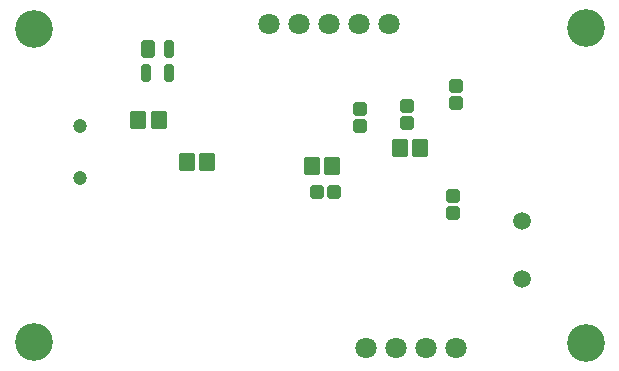
<source format=gbs>
G04*
G04 #@! TF.GenerationSoftware,Altium Limited,Altium Designer,20.2.5 (213)*
G04*
G04 Layer_Color=16711935*
%FSLAX44Y44*%
%MOMM*%
G71*
G04*
G04 #@! TF.SameCoordinates,3C0D8923-7957-4DC4-8908-925B2C91420C*
G04*
G04*
G04 #@! TF.FilePolarity,Negative*
G04*
G01*
G75*
G04:AMPARAMS|DCode=33|XSize=1.3mm|YSize=1.6mm|CornerRadius=0.155mm|HoleSize=0mm|Usage=FLASHONLY|Rotation=0.000|XOffset=0mm|YOffset=0mm|HoleType=Round|Shape=RoundedRectangle|*
%AMROUNDEDRECTD33*
21,1,1.3000,1.2900,0,0,0.0*
21,1,0.9900,1.6000,0,0,0.0*
1,1,0.3100,0.4950,-0.6450*
1,1,0.3100,-0.4950,-0.6450*
1,1,0.3100,-0.4950,0.6450*
1,1,0.3100,0.4950,0.6450*
%
%ADD33ROUNDEDRECTD33*%
G04:AMPARAMS|DCode=34|XSize=1.15mm|YSize=1.15mm|CornerRadius=0.1475mm|HoleSize=0mm|Usage=FLASHONLY|Rotation=180.000|XOffset=0mm|YOffset=0mm|HoleType=Round|Shape=RoundedRectangle|*
%AMROUNDEDRECTD34*
21,1,1.1500,0.8550,0,0,180.0*
21,1,0.8550,1.1500,0,0,180.0*
1,1,0.2950,-0.4275,0.4275*
1,1,0.2950,0.4275,0.4275*
1,1,0.2950,0.4275,-0.4275*
1,1,0.2950,-0.4275,-0.4275*
%
%ADD34ROUNDEDRECTD34*%
%ADD37C,1.2000*%
%ADD38C,3.2032*%
%ADD39C,1.8000*%
%ADD40C,1.5000*%
G04:AMPARAMS|DCode=51|XSize=1.15mm|YSize=1.15mm|CornerRadius=0.1475mm|HoleSize=0mm|Usage=FLASHONLY|Rotation=270.000|XOffset=0mm|YOffset=0mm|HoleType=Round|Shape=RoundedRectangle|*
%AMROUNDEDRECTD51*
21,1,1.1500,0.8550,0,0,270.0*
21,1,0.8550,1.1500,0,0,270.0*
1,1,0.2950,-0.4275,-0.4275*
1,1,0.2950,-0.4275,0.4275*
1,1,0.2950,0.4275,0.4275*
1,1,0.2950,0.4275,-0.4275*
%
%ADD51ROUNDEDRECTD51*%
G04:AMPARAMS|DCode=52|XSize=1.1932mm|YSize=1.5032mm|CornerRadius=0.1759mm|HoleSize=0mm|Usage=FLASHONLY|Rotation=0.000|XOffset=0mm|YOffset=0mm|HoleType=Round|Shape=RoundedRectangle|*
%AMROUNDEDRECTD52*
21,1,1.1932,1.1515,0,0,0.0*
21,1,0.8415,1.5032,0,0,0.0*
1,1,0.3517,0.4208,-0.5758*
1,1,0.3517,-0.4208,-0.5758*
1,1,0.3517,-0.4208,0.5758*
1,1,0.3517,0.4208,0.5758*
%
%ADD52ROUNDEDRECTD52*%
G04:AMPARAMS|DCode=53|XSize=0.7932mm|YSize=1.5032mm|CornerRadius=0.1459mm|HoleSize=0mm|Usage=FLASHONLY|Rotation=0.000|XOffset=0mm|YOffset=0mm|HoleType=Round|Shape=RoundedRectangle|*
%AMROUNDEDRECTD53*
21,1,0.7932,1.2115,0,0,0.0*
21,1,0.5015,1.5032,0,0,0.0*
1,1,0.2917,0.2508,-0.6058*
1,1,0.2917,-0.2508,-0.6058*
1,1,0.2917,-0.2508,0.6058*
1,1,0.2917,0.2508,0.6058*
%
%ADD53ROUNDEDRECTD53*%
D33*
X351050Y188440D02*
D03*
X333550D02*
D03*
X129749Y212000D02*
D03*
X112250D02*
D03*
X153210Y177010D02*
D03*
X170710D02*
D03*
X259250Y173000D02*
D03*
X276750D02*
D03*
D34*
X277999Y151610D02*
D03*
X263500D02*
D03*
D37*
X62900Y207040D02*
D03*
Y163040D02*
D03*
D38*
X491250Y290250D02*
D03*
X491000Y23250D02*
D03*
X23750Y24000D02*
D03*
Y289250D02*
D03*
D39*
X222920Y293850D02*
D03*
X299120D02*
D03*
X273720D02*
D03*
X248320D02*
D03*
X324520D02*
D03*
X381670Y19530D02*
D03*
X356270D02*
D03*
X330870D02*
D03*
X305470D02*
D03*
D40*
X437000Y126800D02*
D03*
Y78000D02*
D03*
D51*
X379130Y148330D02*
D03*
Y133830D02*
D03*
X340250Y209500D02*
D03*
Y224000D02*
D03*
X381500Y240750D02*
D03*
Y226250D02*
D03*
X300390Y207490D02*
D03*
Y221990D02*
D03*
D52*
X120800Y272500D02*
D03*
D53*
X138000D02*
D03*
Y252000D02*
D03*
X118800D02*
D03*
M02*

</source>
